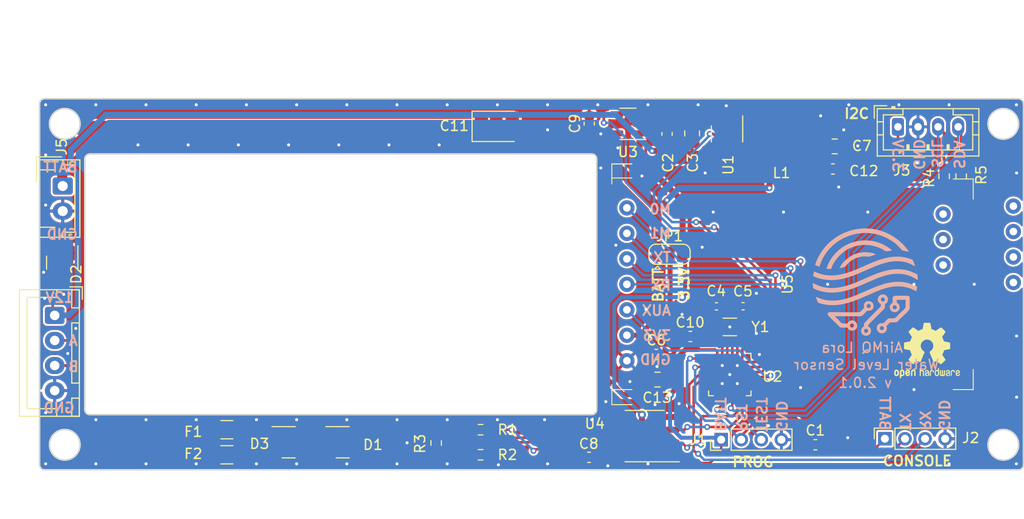
<source format=kicad_pcb>
(kicad_pcb (version 20221018) (generator pcbnew)
  (layers (0 "F.Cu" signal) (31 "B.Cu" signal) (34 "B.Paste" user) (35 "F.Paste" user) (36 "B.SilkS" user "B.Silkscreen") (37 "F.SilkS" user "F.Silkscreen") (38 "B.Mask" user) (39 "F.Mask" user) (44 "Edge.Cuts" user))
  (net 0 "")
  (net 1 "+BATT")
  (net 2 "GND")
  (net 3 "/TEST")
  (net 4 "/RST")
  (net 5 "+3V3")
  (net 6 "Net-(U1-SW)")
  (net 7 "/RX0")
  (net 8 "/TX0")
  (net 9 "/TX1")
  (net 10 "/RX1")
  (net 11 "/AUX")
  (net 12 "/M1")
  (net 13 "/M0")
  (net 14 "+12V")
  (net 15 "/A")
  (net 16 "/B")
  (net 17 "Net-(U2-XIN_P2-1)")
  (net 18 "Net-(U2-XOUT_P2-0)")
  (net 23 "/SDA")
  (net 24 "/EN1")
  (net 25 "/SCL")
  (net 28 "Net-(J4-Pin_2)")
  (net 29 "Net-(J4-Pin_3)")
  (net 30 "/DE")
  (net 31 "/~{RE}")
  (net 32 "/EN2")
  (net 38 "Net-(JP1-C)")
  (footprint "AirMQ_FP:CD43" (layer "F.Cu") (at 124 84.9 180)
    (fp_text reference "L1")
    (fp_text value "4.7uH")
  )
  (footprint "Connector_JST:JST_EH_B2B-EH-A_1x02_P2.50mm_Vertical" (layer "F.Cu") (at 52.3 90.2 -90)
    (fp_text reference "J5")
    (fp_text value "BATT")
  )
  (footprint "Connector_PinSocket_2.00mm:PinSocket_1x04_P2.00mm_Vertical" (layer "F.Cu") (at 134.2 115.4 90)
    (fp_text reference "J2")
    (fp_text value "CON")
  )
  (footprint "Package_TO_SOT_SMD:SOT-23" (layer "F.Cu") (at 74.8125 115.75)
    (fp_text reference "D3")
    (fp_text value "SM712")
  )
  (footprint "Connector_JST:JST_XH_B4B-XH-A_1x04_P2.50mm_Vertical" (layer "F.Cu") (at 51.5 103.1 -90)
    (fp_text reference "REF**" hide)
    (fp_text value "JST_XH_B4B-XH-A_1x04_P2.50mm_Vertical")
  )
  (footprint "Capacitor_SMD:C_0805_2012Metric" (layer "F.Cu") (at 115 84.95 90)
    (fp_text reference "C3")
    (fp_text value "22uF")
  )
  (footprint "Package_TO_SOT_SMD:SOT-23-5" (layer "F.Cu") (at 108.6125 84 180)
    (fp_text reference "U3")
    (fp_text value "TPS2065")
  )
  (footprint "Capacitor_SMD:C_0805_2012Metric" (layer "F.Cu") (at 111.55 109.5)
    (fp_text reference "C13")
    (fp_text value "10uF")
  )
  (footprint "Connector_JST:JST_PH_B4B-PH-K_1x04_P2.00mm_Vertical" (layer "F.Cu") (at 135.5 84.3)
    (fp_text reference "J3")
    (fp_text value "I2C")
  )
  (footprint "Package_SO:SOIC-8_3.9x4.9mm_P1.27mm" (layer "F.Cu") (at 110.275 115.135 180)
    (fp_text reference "U4")
    (fp_text value "SP3485EN")
  )
  (footprint "Resistor_SMD:R_0603_1608Metric" (layer "F.Cu") (at 93.925 114.5)
    (fp_text reference "R1")
    (fp_text value "10k")
  )
  (footprint "Resistor_SMD:R_0603_1608Metric" (layer "F.Cu") (at 89.5 115.825 -90)
    (fp_text reference "R3")
    (fp_text value "120")
  )
  (footprint "Capacitor_SMD:C_0603_1608Metric" (layer "F.Cu") (at 114.825 105.2 180)
    (fp_text reference "C10")
    (fp_text value "100nF")
  )
  (footprint "Capacitor_SMD:C_0805_2012Metric" (layer "F.Cu") (at 129.2 86.25)
    (fp_text reference "C7")
    (fp_text value "22uF")
  )
  (footprint "Crystal:Crystal_SMD_3215-2Pin_3.2x1.5mm" (layer "F.Cu") (at 118.75 104.25 180)
    (fp_text reference "Y1")
    (fp_text value "Crystal_GND24")
  )
  (footprint "Resistor_SMD:R_0603_1608Metric" (layer "F.Cu") (at 93.925 117 180)
    (fp_text reference "R2")
    (fp_text value "10k")
  )
  (footprint "Package_DFN_QFN:Texas_RGE0024H_EP2.7x2.7mm" (layer "F.Cu") (at 118.75 109)
    (fp_text reference "U2")
    (fp_text value "MSP430FR2433IRGET")
  )
  (footprint "Package_TO_SOT_SMD:SOT-23-6" (layer "F.Cu") (at 118.478 84.9995 -90)
    (fp_text reference "U1")
    (fp_text value "TLV61046ADB")
  )
  (footprint "Fuse:Fuse_1206_3216Metric" (layer "F.Cu") (at 68.65 114.5 180)
    (fp_text reference "F1")
    (fp_text value "11")
  )
  (footprint "Capacitor_SMD:C_0402_1005Metric" (layer "F.Cu") (at 120.08 102.19 180)
    (fp_text reference "C5")
    (fp_text value "12pF")
  )
  (footprint "Fuse:Fuse_1206_3216Metric" (layer "F.Cu") (at 68.65 117 180)
    (fp_text reference "F2")
    (fp_text value "11")
  )
  (footprint "Resistor_SMD:R_0603_1608Metric" (layer "F.Cu") (at 141.8 89.225 -90)
    (fp_text reference "R5")
    (fp_text value "10k")
  )
  (footprint "Radio:E220T22D" (layer "F.Cu") (at 125 100 90)
    (fp_text reference "U5")
    (fp_text value "E220-900T22D")
  )
  (footprint "Connector_PinHeader_2.00mm:PinHeader_1x04_P2.00mm_Vertical" (layer "F.Cu") (at 117.89 115.492 90)
    (fp_text reference "J1")
    (fp_text value "SBW")
  )
  (footprint "Capacitor_SMD:C_0603_1608Metric" (layer "F.Cu") (at 104.75 83.975 90)
    (fp_text reference "C9")
    (fp_text value "100nF")
  )
  (footprint "Package_TO_SOT_SMD:SOT-23" (layer "F.Cu") (at 80.1875 115.75)
    (fp_text reference "D1")
    (fp_text value "SM12")
  )
  (footprint "Capacitor_SMD:C_0603_1608Metric" (layer "F.Cu") (at 112.5 85 90)
    (fp_text reference "C2")
    (fp_text value "10uF" hide)
  )
  (footprint "Capacitor_SMD:C_0603_1608Metric" (layer "F.Cu") (at 129.025 88.5)
    (fp_text reference "C12")
    (fp_text value "100nF")
  )
  (footprint "Jumper:SolderJumper-3_P1.3mm_Open_RoundedPad1.0x1.5mm" (layer "F.Cu") (at 112.75 97)
    (fp_text reference "JP1")
    (fp_text value "SolderJumper_3_Open")
  )
  (footprint "Resistor_SMD:R_0603_1608Metric" (layer "F.Cu") (at 140.1 89.225 -90)
    (fp_text reference "R4")
    (fp_text value "10k")
  )
  (footprint "Capacitor_SMD:C_0402_1005Metric" (layer "F.Cu") (at 117.42 102.2)
    (fp_text reference "C4")
    (fp_text value "12pF")
  )
  (footprint "Capacitor_SMD:C_0603_1608Metric" (layer "F.Cu") (at 127.275 116)
    (fp_text reference "C1")
    (fp_text value "1nF")
  )
  (footprint "Capacitor_Tantalum_SMD:CP_EIA-3528-21_Kemet-B" (layer "F.Cu") (at 95.5375 84.25)
    (fp_text reference "C11")
    (fp_text value "220uF")
  )
  (footprint "Capacitor_SMD:C_0603_1608Metric" (layer "F.Cu") (at 111.425 107)
    (fp_text reference "C6")
    (fp_text value "100nF")
  )
  (footprint "Capacitor_SMD:C_0603_1608Metric" (layer "F.Cu") (at 104.725 117.25 180)
    (fp_text reference "C8")
    (fp_text value "100nF")
  )
  (footprint "Package_TO_SOT_SMD:SOT-23" (layer "F.Cu") (at 52.25 97.8375 -90)
    (fp_text reference "D2")
    (fp_text value "SM12")
  )
  (footprint "Symbol:OSHW-Logo2_7.3x6mm_SilkScreen" (layer "F.Cu") (at 138.4 106.6)
    (fp_text reference "REF**" hide)
    (fp_text value "OSHW-Logo2_7.3x6mm_SilkScreen" hide)
  )
  (footprint "AirMQ_FP:AirMQ_Logo_01" (layer "B.Cu") (at 132.3 100 180)
    (fp_text reference "586" hide)
    (fp_text value "AirMQ_Logo")
  )
  (gr_arc (start 148 118) (mid 147.853553 118.353553) (end 147.5 118.5) (stroke (width 0.15)) (layer "Edge.Cuts"))
  (gr_line (start 50 118) (end 50 82) (stroke (width 0.15)) (layer "Edge.Cuts"))
  (gr_line (start 147.5 118.5) (end 50.5 118.5) (stroke (width 0.15)) (layer "Edge.Cuts"))
  (gr_circle (center 52.5 84) (end 54.03 84) (stroke (width 0.15)) (fill none) (layer "Edge.Cuts"))
  (gr_line (start 55 87) (end 105 87) (stroke (width 0.15)) (layer "Edge.Cuts"))
  (gr_arc (start 55 113) (mid 54.646447 112.853553) (end 54.5 112.5) (stroke (width 0.15)) (layer "Edge.Cuts"))
  (gr_line (start 54.5 112.5) (end 54.5 87.5) (stroke (width 0.15)) (layer "Edge.Cuts"))
  (gr_arc (start 50.5 118.5) (mid 50.146447 118.353553) (end 50 118) (stroke (width 0.15)) (layer "Edge.Cuts"))
  (gr_line (start 105 113) (end 55 113) (stroke (width 0.15)) (layer "Edge.Cuts"))
  (gr_arc (start 54.5 87.5) (mid 54.646447 87.146447) (end 55 87) (stroke (width 0.15)) (layer "Edge.Cuts"))
  (gr_arc (start 50 82) (mid 50.146447 81.646447) (end 50.5 81.5) (stroke (width 0.15)) (layer "Edge.Cuts"))
  (gr_circle (center 146 84) (end 147.53 84) (stroke (width 0.15)) (fill none) (layer "Edge.Cuts"))
  (gr_arc (start 105.5 112.5) (mid 105.353553 112.853553) (end 105 113) (stroke (width 0.15)) (layer "Edge.Cuts"))
  (gr_line (start 148 82) (end 148 118) (stroke (width 0.15)) (layer "Edge.Cuts"))
  (gr_arc (start 105 87) (mid 105.353553 87.146447) (end 105.5 87.5) (stroke (width 0.15)) (layer "Edge.Cuts"))
  (gr_line (start 50.5 81.5) (end 147.5 81.5) (stroke (width 0.15)) (layer "Edge.Cuts"))
  (gr_line (start 105.5 87.5) (end 105.5 112.5) (stroke (width 0.15)) (layer "Edge.Cuts"))
  (gr_circle (center 52.5 116) (end 54.03 116) (stroke (width 0.15)) (fill none) (layer "Edge.Cuts"))
  (gr_arc (start 147.5 81.5) (mid 147.853553 81.646447) (end 148 82) (stroke (width 0.15)) (layer "Edge.Cuts"))
  (gr_circle (center 146 116) (end 147.53 116) (stroke (width 0.15)) (fill none) (layer "Edge.Cuts"))
  (gr_text "12V" (at 53.5 101.9) (layer "B.SilkS") (effects (font (size 1 1) (thickness 0.2) bold) (justify left bottom mirror)))
  (gr_text "M0" (at 113 93.1) (layer "B.SilkS") (effects (font (size 1 1) (thickness 0.2) bold) (justify left bottom mirror)))
  (gr_text "RST" (at 119.3 114.8 270) (layer "B.SilkS") (effects (font (size 1 1) (thickness 0.2) bold) (justify left bottom mirror)))
  (gr_text "GND" (at 137 88.7 270) (layer "B.SilkS") (effects (font (size 1 1) (thickness 0.2) bold) (justify left bottom mirror)))
  (gr_text "M1" (at 113 95.5) (layer "B.SilkS") (effects (font (size 1 1) (thickness 0.2) bold) (justify left bottom mirror)))
  (gr_text "GND" (at 139.5 114.7 270) (layer "B.SilkS") (effects (font (size 1 1) (thickness 0.2) bold) (justify left bottom mirror)))
  (gr_text "BATT" (at 117.2 114.8 -90) (layer "B.SilkS") (effects (font (size 1 1) (thickness 0.2) bold) (justify left bottom mirror)))
  (gr_text "GND" (at 53.6 112.9) (layer "B.SilkS") (effects (font (size 1 1) (thickness 0.2) bold) (justify left bottom mirror)))
  (gr_text "GND" (at 113 108.1) (layer "B.SilkS") (effects (font (size 1 1) (thickness 0.2) bold) (justify left bottom mirror)))
  (gr_text "RX" (at 113 100.7) (layer "B.SilkS") (effects (font (size 1 1) (thickness 0.2) bold) (justify left bottom mirror)))
  (gr_text "TX" (at 113 97.9) (layer "B.SilkS") (effects (font (size 1 1) (thickness 0.2) bold) (justify left bottom mirror)))
  (gr_text "TX" (at 135.6 114.7 270) (layer "B.SilkS") (effects (font (size 1 1) (thickness 0.2) bold) (justify left bottom mirror)))
  (gr_text "3V3" (at 113 105.7) (layer "B.SilkS") (effects (font (size 1 1) (thickness 0.2) bold) (justify left bottom mirror)))
  (gr_text "GND" (at 123.3 114.8 270) (layer "B.SilkS") (effects (font (size 1 1) (thickness 0.2) bold) (justify left bottom mirror)))
  (gr_text "GND" (at 53.9 95.6) (layer "B.SilkS") (effects (font (size 1 1) (thickness 0.2) bold) (justify left bottom mirror)))
  (gr_text "A" (at 53.9 106.2) (layer "B.SilkS") (effects (font (size 1 1) (thickness 0.2) bold) (justify left bottom mirror)))
  (gr_text "SCL" (at 138.8 88.5 270) (layer "B.SilkS") (effects (font (size 1 1) (thickness 0.2) bold) (justify left bottom mirror)))
  (gr_text "RX" (at 137.6 114.7 270) (layer "B.SilkS") (effects (font (size 1 1) (thickness 0.2) bold) (justify left bottom mirror)))
  (gr_text "3.3V" (at 134.9 88.9 270) (layer "B.SilkS") (effects (font (size 1 1) (thickness 0.2) bold) (justify left bottom mirror)))
  (gr_text "BATT" (at 133.6 114.7 270) (layer "B.SilkS") (effects (font (size 1 1) (thickness 0.2) bold) (justify left bottom mirror)))
  (gr_text "B" (at 54 108.8) (layer "B.SilkS") (effects (font (size 1 1) (thickness 0.2) bold) (justify left bottom mirror)))
  (gr_text "TEST" (at 121.3 114.8 270) (layer "B.SilkS") (effects (font (size 1 1) (thickness 0.2) bold) (justify left bottom mirror)))
  (gr_text "SDA" (at 141 88.6 -90) (layer "B.SilkS") (effects (font (size 1 1) (thickness 0.2) bold) (justify left bottom mirror)))
  (gr_text "BATT" (at 53.9 88.9) (layer "B.SilkS") (effects (font (size 1 1) (thickness 0.2) bold) (justify left bottom mirror)))
  (gr_text "Water Level Sensor" (at 139.7 108.6) (layer "B.SilkS") (effects (font (size 1 1)) (justify left bottom mirror)))
  (gr_text "AUX" (at 113 103.2) (layer "B.SilkS") (effects (font (size 1 1) (thickness 0.2) bold) (justify left bottom mirror)))
  (gr_text "v 2.0.1" (at 135 110.4) (layer "B.SilkS") (effects (font (size 1 1)) (justify left bottom mirror)))
  (gr_text "CONSOLE" (at 133.9 118.2) (layer "F.SilkS") (effects (font (size 1 1) (thickness 0.2) bold) (justify left bottom)))
  (gr_text "PROG" (at 118.9 118.3) (layer "F.SilkS") (effects (font (size 1 1) (thickness 0.2) bold) (justify left bottom)))
  (gr_text "I2C" (at 130.048 83.566) (layer "F.SilkS") (effects (font (size 1 1) (thickness 0.2) bold) (justify left bottom)))
  (gr_text "3.3V" (at 114.8 101.7 90) (layer "F.SilkS") (effects (font (size 1 1) (thickness 0.2) bold) (justify left bottom)))
  (gr_text "BATT" (at 112.2 101.9 90) (layer "F.SilkS") (effects (font (size 1 1) (thickness 0.2) bold) (justify left bottom)))
  (segment (start 124 86.5) (end 126.8 86.5) (width 0.25) (layer "F.Cu") (net 1))
  (segment (start 106.6 86.775) (end 106.6 87.392892) (width 1) (layer "F.Cu") (net 1))
  (segment (start 52.25 87.45) (end 55.5 84.2) (width 1) (layer "F.Cu") (net 1))
  (segment (start 52.3 90.2) (end 52.25 90.15) (width 1) (layer "F.Cu") (net 1))
  (segment (start 118.4 117) (end 132.6 117) (width 0.25) (layer "F.Cu") (net 1))
  (segment (start 55.5 84.2) (end 93.95 84.2) (width 1) (layer "F.Cu") (net 1))
  (segment (start 93.95 84.2) (end 94 84.25) (width 1) (layer "F.Cu") (net 1))
  (segment (start 52.25 90.15) (end 52.25 87.45) (width 1) (layer "F.Cu") (net 1))
  (segment (start 108.1 111) (end 112.8 111) (width 0.5) (layer "F.Cu") (net 1))
  (segment (start 115.6 106.5) (end 115.6 105.2) (width 0.25) (layer "F.Cu") (net 1))
  (segment (start 104.8 86.3) (end 106.125 86.3) (width 1) (layer "F.Cu") (net 1))
  (segment (start 94 84.25) (end 94 85.6) (width 1) (layer "F.Cu") (net 1))
  (segment (start 117.528 84.524499) (end 117.528 83.862) (width 0.25) (layer "F.Cu") (net 1))
  (segment (start 111.45 92.242893) (end 111.45 97) (width 1) (layer "F.Cu") (net 1))
  (segment (start 114.339339 106.5) (end 115.6 106.5) (width 0.5) (layer "F.Cu") (net 1))
  (segment (start 132.6 117) (end 134.2 115.4) (width 0.25) (layer "F.Cu") (net 1))
  (segment (start 121.2 86.5) (end 124 86.5) (width 0.25) (layer "F.Cu") (net 1))
  (segment (start 119 85) (end 118.003501 85) (width 0.25) (layer "F.Cu") (net 1))
  (segment (start 106.3 109.2) (end 108.1 111) (width 0.5) (layer "F.Cu") (net 1))
  (segment (start 106.6 87.392892) (end 107.403554 88.196446) (width 1) (layer "F.Cu") (net 1))
  (segment (start 113.8 110) (end 113.8 107.039339) (width 0.5) (layer "F.Cu") (net 1))
  (segment (start 117.89 116.49) (end 118.4 117) (width 0.25) (layer "F.Cu") (net 1))
  (segment (start 111.857107 92.242893) (end 112.492893 91.607107) (width 0.6) (layer "F.Cu") (net 1))
  (segment (start 104.75 84.75) (end 104.75 86.25) (width 0.6) (layer "F.Cu") (net 1))
  (segment (start 107.403554 88.196446) (end 106.3 89.3) (width 0.5) (layer "F.Cu") (net 1))
  (segment (start 106.3 89.3) (end 106.3 109.2) (width 0.5) (layer "F.Cu") (net 1))
  (segment (start 104.75 86.25) (end 104.8 86.3) (width 0.6) (layer "F.Cu") (net 1))
  (segment (start 117.5 107.0375) (end 117.5 106.7) (width 0.25) (layer "F.Cu") (net 1))
  (segment (start 112.8 111) (end 113.8 110) (width 0.5) (layer "F.Cu") (net 1))
  (segment (start 118.003501 85) (end 117.528 84.524499) (width 0.25) (layer "F.Cu") (net 1))
  (segment (start 117.3 106.5) (end 115.6 106.5) (width 0.25) (layer "F.Cu") (net 1))
  (segment (start 119.428 86.137) (end 119.428 85.428) (width 0.25) (layer "F.Cu") (net 1))
  (segment (start 94 85.6) (end 94.7 86.3) (width 1) (layer "F.Cu") (net 1))
  (segment (start 111.45 92.242893) (end 111.857107 92.242893) (width 0.6) (layer "F.Cu") (net 1))
  (segment (start 117.89 115.492) (end 117.89 116.49) (width 0.25) (layer "F.Cu") (net 1))
  (segment (start 107.475 84.95) (end 106.125 86.3) (width 0.6) (layer "F.Cu") (net 1))
  (segment (start 106.125 86.3) (end 106.6 86.775) (width 1) (layer "F.Cu") (net 1))
  (segment (start 107.403554 88.196446) (end 111.45 92.242893) (width 1) (layer "F.Cu") (net 1))
  (segment (start 117.5 106.7) (end 117.3 106.5) (width 0.25) (layer "F.Cu") (net 1))
  (segment (start 94.7 86.3) (end 104.8 86.3) (width 1) (layer "F.Cu") (net 1))
  (segment (start 119.428 85.428) (end 119 85) (width 0.25) (layer "F.Cu") (net 1))
  (segment (start 122.7 90.4) (end 122.7 89.3) (width 0.6) (layer "F.Cu") (net 1))
  (segment (start 113.8 107.039339) (end 114.339339 106.5) (width 0.5) (layer "F.Cu") (net 1))
  (via (at 112.492893 91.607107) (size 0.6) (drill 0.3) (layers "F.Cu" "B.Cu") (net 1))
  (via (at 112.8 111) (size 0.8) (drill 0.4) (layers "F.Cu" "B.Cu") (net 1))
  (via (at 122.7 90.4) (size 0.6) (drill 0.3) (layers "F.Cu" "B.Cu") (net 1))
  (segment (start 117.698 115.3) (end 113.9 115.3) (width 0.4) (layer "B.Cu") (net 1))
  (segment (start 117.89 115.492) (end 117.696884 115.298884) (width 0.6) (layer "B.Cu") (net 1))
  (segment (start 117.696884 115.298884) (end 117.698 115.3) (width 0.4) (layer "B.Cu") (net 1))
  (segment (start 112.8 114.2) (end 112.8 111) (width 0.4) (layer "B.Cu") (net 1))
  (segment (start 113.9 115.3) (end 112.8 114.2) (width 0.4) (layer "B.Cu") (net 1))
  (segment (start 112.492893 91.607107) (end 113.7 90.4) (width 0.6) (layer "B.Cu") (net 1))
  (segment (start 113.7 90.4) (end 122.7 90.4) (width 0.6) (layer "B.Cu") (net 1))
  (segment (start 131.1 87.5) (end 129.949997 87.5) (width 0.25) (layer "F.Cu") (net 2))
  (via (at 110 89.2) (size 0.6) (drill 0.3) (layers "F.Cu" "B.Cu") (net 2))
  (via (at 52.4 101) (size 0.6) (drill 0.3) (layers "F.Cu" "B.Cu") (net 2))
  (via (at 135.6 82.1) (size 0.6) (drill 0.3) (layers "F.Cu" "B.Cu") (net 2))
  (via (at 122.6 114.1) (size 0.6) (drill 0.3) (layers "F.Cu" "B.Cu") (net 2))
  (via (at 147.3 117.9) (size 0.6) (drill 0.3) (layers "F.Cu" "B.Cu") (net 2))
  (via (at 115.6 82.1) (size 0.6) (drill 0.3) (layers "F.Cu" "B.Cu") (net 2))
  (via (at 117.1 92.8) (size 0.6) (drill 0.3) (layers "F.Cu" "B.Cu") (net 2))
  (via (at 60.6 117.9) (size 0.6) (drill 0.3) (layers "F.Cu" "B.Cu") (net 2))
  (via (at 105 113.5) (size 0.6) (drill 0.3) (layers "F.Cu" "B.Cu") (net 2))
  (via (at 110.6 82.1) (size 0.6) (drill 0.3) (layers "F.Cu" "B.Cu") (net 2))
  (via (at 127.8 83.2) (size 0.6) (drill 0.3) (layers "F.Cu" "B.Cu") (net 2))
  (via (at 65.6 82.1) (size 0.6) (drill 0.3) (layers "F.Cu" "B.Cu") (net 2))
  (via (at 50.6 117.9) (size 0.6) (drill 0.3) (layers "F.Cu" "B.Cu") (net 2))
  (via (at 50.6 82.1) (size 0.6) (drill 0.3) (layers "F.Cu" "B.Cu") (net 2))
  (via (at 59.8 86.1) (size 0.6) (drill 0.3) (layers "F.Cu" "B.Cu") (net 2))
  (via (at 132.5 92.8) (size 0.6) (drill 0.3) (layers "F.Cu" "B.Cu") (net 2))
  (via (at 140.6 82.1) (size 0.6) (drill 0.3) (layers "F.Cu" "B.Cu") (net 2))
  (via (at 90.6 117.9) (size 0.6) (drill 0.3) (layers "F.Cu" "B.Cu") (net 2))
  (via (at 86.6 115.8) (size 0.6) (drill 0.3) (layers "F.Cu" "B.Cu") (net 2))
  (via (at 124.1 92.8) (size 0.6) (drill 0.3) (layers "F.Cu" "B.Cu") (net 2))
  (via (at 100.3 113.5) (size 0.6) (drill 0.3) (layers "F.Cu" "B.Cu") (net 2))
  (via (at 65.6 113.5) (size 0.6) (drill 0.3) (layers "F.Cu" "B.Cu") (net 2))
  (via (at 85.6 117.9) (size 0.6) (drill 0.3) (layers "F.Cu" "B.Cu") (net 2))
  (via (at 84.8 86.1) (size 0.6) (drill 0.3) (layers "F.Cu" "B.Cu") (net 2))
  (via (at 113.7 111.9) (size 0.6) (drill 0.3) (layers "F.Cu" "B.Cu") (net 2))
  (via (at 121.4 104.9) (size 0.6) (drill 0.3) (layers "F.Cu" "B.Cu") (net 2))
  (via (at 75.6 113.5) (size 0.6) (drill 0.3) (layers "F.Cu" "B.Cu") (net 2))
  (via (at 137.1 100) (size 0.6) (drill 0.3) (layers "F.Cu" "B.Cu") (net 2))
  (via (at 71.6 113.5) (size 0.6) (drill 0.3) (layers "F.Cu" "B.Cu") (net 2))
  (via (at 121.4 100.9) (size 0.6) (drill 0.3) (layers "F.Cu" "B.Cu") (net 2))
  (via (at 116 96.3) (size 0.6) (drill 0.3) (layers "F.Cu" "B.Cu") (net 2))
  (via (at 110.4 102.5) (size 0.6) (drill 0.3) (layers "F.Cu" "B.Cu") (net 2))
  (via (at 119.5 109.9) (size 0.6) (drill 0.3) (layers "F.Cu" "B.Cu") (net 2))
  (via (at 60.6 113.5) (size 0.6) (drill 0.3) (layers "F.Cu" "B.Cu") (net 2))
  (via (at 95.7 118) (size 0.6) (drill 0.3) (layers "F.Cu" "B.Cu") (net 2))
  (via (at 80.6 117.9) (size 0.6) (drill 0.3) (layers "F.Cu" "B.Cu") (net 2))
  (via (at 116.3 88.9) (size 0.6) (drill 0.3) (layers "F.Cu" "B.Cu") (net 2))
  (via (at 118.75 104.25) (size 0.6) (drill 0.3) (layers "F.Cu" "B.Cu") (net 2))
  (via (at 85.6 113.5) (size 0.6) (drill 0.3) (layers "F.Cu" "B.Cu") (net 2))
  (via (at 74.8 86.1) (size 0.6) (drill 0.3) (layers "F.Cu" "B.Cu") (net 2))
  (via (at 147.32 111.252) (size 0.6) (drill 0.3) (layers "F.Cu" "B.Cu") (net 2))
  (via (at 71.6 117.9) (size 0.6) (drill 0.3) (layers "F.Cu" "B.Cu") (net 2))
  (via (at 55.6 113.5) (size 0.6) (drill 0.3) (layers "F.Cu" "B.Cu") (net 2))
  (via (at 80.6 82.1) (size 0.6) (drill 0.3) (layers "F.Cu" "B.Cu") (net 2))
  (via (at 50.6 112.8) (size 0.6) (drill 0.3) (layers "F.Cu" "B.Cu") (net 2))
  (via (at 118 108.1) (size 0.6) (drill 0.3) (layers "F.Cu" "B.Cu") (net 2))
  (via (at 53.6 104.4) (size 0.6) (drill 0.3) (layers "F.Cu" "B.Cu") (net 2))
  (via (at 106.6 118.1) (size 0.6) (drill 0.3) (layers "F.Cu" "B.Cu") (net 2))
  (via (at 121.7 107) (size 0.6) (drill 0.3) (layers "F.Cu" "B.Cu") (net 2))
  (via (at 128.5 100) (size 0.6) (drill 0.3) (layers "F.Cu" "B.Cu") (net 2))
  (via (at 70.6 82.1) (size 0.6) (drill 0.3) (layers "F.Cu" "B.Cu") (net 2))
  (via (at 95.6 82.1) (size 0.6) (drill 0.3) (layers "F.Cu" "B.Cu") (net 2))
  (via (at 130.6 82.1) (size 0.6) (drill 0.3) (layers "F.Cu" "B.Cu") (net 2))
  (via (at 85.6 82.1) (size 0.6) (drill 0.3) (layers "F.Cu" "B.Cu") (net 2))
  (via (at 75.6 82.1) (size 0.6) (drill 0.3) (layers "F.Cu" "B.Cu") (net 2))
  (via (at 143.1 100) (size 0.6) (drill 0.3) (layers "F.Cu" "B.Cu") (net 2))
  (via (at 75.6 117.9) (size 0.6) (drill 0.3) (layers "F.Cu" "B.Cu") (net 2))
  (via (at 50.4 98.8) (size 0.6) (drill 0.3) (layers "F.Cu" "B.Cu") (net 2))
  (via (at 108.8 109.7) (size 0.6) (drill 0.3) (layers "F.Cu" "B.Cu") (net 2))
  (via (at 147.32 105.156) (size 0.6) (drill 0.3) (layers "F.Cu" "B.Cu") (net 2))
  (via (at 147.32 88.9) (size 0.6) (drill 0.3) (layers "F.Cu" "B.Cu") (net 2))
  (via (at 95.6 113.5) (size 0.6) (drill 0.3) (layers "F.Cu" "B.Cu") (net 2))
  (via (at 50.6 92.1) (size 0.6) (drill 0.3) (layers "F.Cu" "B.Cu") (net 2))
  (via (at 137.4 87.9) (size 0.6) (drill 0.3) (layers "F.Cu" "B.Cu") (net 2))
  (via (at 107.6 86.4) (size 0.6) (drill 0.3) (layers "F.Cu" "B.Cu") (net 2))
  (via (at 107.4 96.1) (size 0.6) (drill 0.3) (layers "F.Cu" "B.Cu") (net 2))
  (via (at 55.6 82.1) (size 0.6) (drill 0.3) (layers "F.Cu" "B.Cu") (net 2))
  (via (at 105.9 85) (size 0.6) (drill 0.3) (layers "F.Cu" "B.Cu") (net 2))
  (via (at 100.6 84.6) (size 0.6) (drill 0.3) (layers "F.Cu" "B.Cu") (net 2))
  (via (at 110.6 117.9) (size 0.6) (drill 0.3) (layers "F.Cu" "B.Cu") (net 2))
  (via (at 90.6 113.5) (size 0.6) (drill 0.3) (layers "F.Cu" "B.Cu") (net 2))
  (via (at 106.4 111.7) (size 0.6) (drill 0.3) (layers "F.Cu" "B.Cu") (net 2))
  (via (at 55.6 117.9) (size 0.6) (drill 0.3) (layers "F.Cu" "B.Cu") (net 2))
  (via (at 89.8 86.1) (size 0.6) (drill 0.3) (layers "F.Cu" "B.Cu") (net 2))
  (via (at 65.6 117.9) (size 0.6) (drill 0.3) (layers "F.Cu" "B.Cu") (net 2))
  (via (at 105.6 82.1) (size 0.6) (drill 0.3) (layers "F.Cu" "B.Cu") (net 2))
  (via (at 52.8 106.9) (size 0.6) (drill 0.3) (layers "F.Cu" "B.Cu") (net 2))
  (via (at 118 109.9) (size 0.6) (drill 0.3) (layers "F.Cu" "B.Cu") (net 2))
  (via (at 118.75 109) (size 0.6) (drill 0.3) (layers "F.Cu" "B.Cu") (net 2))
  (via (at 105.9 88.4) (size 0.6) (drill 0.3) (layers "F.Cu" "B.Cu") (net 2))
  (via (at 118.4 82.2) (size 0.6) (drill 0.3) (layers "F.Cu" "B.Cu") (net 2))
  (via (at 111.3 112) (size 0.6) (drill 0.3) (layers "F.Cu" "B.Cu") (net 2))
  (via (at 140.6 117.9) (size 0.6) (drill 0.3) (layers "F.Cu" "B.Cu") (net 2))
  (via (at 147.3 82.1) (size 0.6) (drill 0.3) (layers "F.Cu" "B.Cu") (net 2))
  (via (at 114 103) (size 0.6) (drill 0.3) (layers "F.Cu" "B.Cu") (net 2))
  (via (at 130.5 115.3) (size 0.6) (drill 0.3) (layers "F.Cu" "B.Cu") (net 2))
  (via (at 129.6 90.3) (size 0.6) (drill 0.3) (layers "F.Cu" "B.Cu") (net 2))
  (via (at 100.6 117.9) (size 0.6) (drill 0.3) (layers "F.Cu" "B.Cu") (net 2))
  (via (at 137.1 110.5) (size 0.6) (drill 0.3) (layers "F.Cu" "B.Cu") (net 2))
  (via (at 119.5 108.1) (size 0.6) (drill 0.3) (layers "F.Cu" "B.Cu") (net 2))
  (via (at 69.8 86.1) (size 0.6) (drill 0.3) (layers "F.Cu" "B.Cu") (net 2))
  (via (at 50.6 87.1) (size 0.6) (drill 0.3) (layers "F.Cu" "B.Cu") (net 2))
  (via (at 79.8 86.1) (size 0.6) (drill 0.3) (layers "F.Cu" "B.Cu") (net 2))
  (via (at 60.6 82.1) (size 0.6) (drill 0.3) (layers "F.Cu" "B.Cu") (net 2))
  (via (at 80.6 113.5) (size 0.6) (drill 0.3) (layers "F.Cu" "B.Cu") (net 2))
  (via (at 125.8 110.3) (size 0.6) (drill 0.3) (layers "F.Cu" "B.Cu") (net 2))
  (via (at 90.6 82.1) (size 0.6) (drill 0.3) (layers "F.Cu" "B.Cu") (net 2))
  (via (at 100.6 82.1) (size 0.6) (drill 0.3) (layers "F.Cu" "B.Cu") (net 2))
  (via (at 131.5 86.2) (size 0.6) (drill 0.3) (layers "F.Cu" "B.Cu") (net 2))
  (via (at 111.5 108.2) (size 0.6) (drill 0.3) (layers "F.Cu" "B.Cu") (net 2))
  (via (at 50.5 101.4) (size 0.6) (drill 0.3) (layers "F.Cu" "B.Cu") (net 2))
  (via (at 64.8 86.1) (size 0.6) (drill 0.3) (layers "F.Cu" "B.Cu") (net 2))
  (via (at 130.1 84.6) (size 0.6) (drill 0.3) (layers "F.Cu" "B.Cu") (net 2))
  (segment (start 115.35 108.25) (end 115.3 108.3) (width 0.25) (layer "F.Cu") (net 3))
  (segment (start 116.7875 108.25) (end 115.35 108.25) (width 0.25) (layer "F.Cu") (net 3))
  (via (at 115.3 108.3) (size 0.6) (drill 0.3) (layers "F.Cu" "B.Cu") (net 3))
  (segment (start 120.298 113.9) (end 121.89 115.492) (width 0.25) (layer "B.Cu") (net 3))
  (segment (start 115.3 111.7) (end 116.75 113.15) (width 0.25) (layer "B.Cu") (net 3))
  (segment (start 116.75 113.15) (end 118.117198 113.15) (width 0.25) (layer "B.Cu") (net 3))
  (segment (start 118.867198 113.9) (end 120.298 113.9) (width 0.25) (layer "B.Cu") (net 3))
  (segment (start 115.3 108.3) (end 115.3 111.7) (width 0.25) (layer "B.Cu") (net 3))
  (segment (start 118.117198 113.15) (end 118.867198 113.9) (width 0.25) (layer "B.Cu") (net 3))
  (segment (start 114.8 107.4) (end 115.7 107.4) (width 0.25) (layer "F.Cu") (net 4))
  (segment (start 115.7 107.4) (end 116.05 107.75) (width 0.25) (layer "F.Cu") (net 4))
  (segment (start 119.89 115.492) (end 119.89 115.11) (width 0.25) (layer "F.Cu") (net 4))
  (segment (start 116.05 107.75) (end 116.7875 107.75) (width 0.25) (layer "F.Cu") (net 4))
  (segment (start 126.5 114.5) (end 126.5 116) (width 0.25) (layer "F.Cu") (net 4))
  (segment (start 119.89 115.11) (end 121.7 113.3) (width 0.25) (layer "F.Cu") (net 4))
  (segment (start 121.7 113.3) (end 125.3 113.3) (width 0.25) (layer "F.Cu") (net 4))
  (segment (start 125.3 113.3) (end 126.5 114.5) (width 0.25) (layer "F.Cu") (net 4))
  (via (at 114.8 107.4) (size 0.6) (drill 0.3) (layers "F.Cu" "B.Cu") (net 4))
  (segment (start 114.5 111.8) (end 116.299775 113.599775) (width 0.25) (layer "B.Cu") (net 4))
  (segment (start 116.299775 113.599775) (end 117.899775 113.599775) (width 0.25) (layer "B.Cu") (net 4))
  (segment (start 114.8 107.4) (end 114.5 107.7) (width 0.25) (layer "B.Cu") (net 4))
  (segment (start 117.899775 113.599775) (end 119.792 115.492) (width 0.25) (layer "B.Cu") (net 4))
  (segment (start 119.792 115.492) (end 119.89 115.492) (width 0.25) (layer "B.Cu") (net 4))
  (segment (start 114.5 107.7) (end 114.5 111.8) (width 0.25) (layer "B.Cu") (net 4))
  (segment (start 135.5 89.9) (end 135.5 84.3) (width 0.25) (layer "F.Cu") (net 5))
  (segment (start 107.8 117.04) (end 107.74 117.1) (width 0.25) (layer "F.Cu") (net 5))
  (segment (start 114.05 91.75) (end 114.3 91.5) (width 0.25) (layer "F.Cu") (net 5))
  (segment (start 135.5 90.2) (end 135.5 89.9) (width 0.25) (layer "F.Cu") (net 5))
  (segment (start 135.5 89.9) (end 135.5 90.05) (width 0.25) (layer "F.Cu") (net 5))
  (segment (start 109.75 87.45) (end 109.75 84.95) (width 0.6) (layer "F.Cu") (net 5))
  (segment (start 140.1 90.05) (end 141.8 90.05) (width 0.25) (layer "F.Cu") (net 5))
  (segment (start 114.3 100.978) (end 114.3 97.25) (width 0.4) (layer "F.Cu") (net 5))
  (segment (start 114 101.278) (end 114.3 100.978) (width 0.4) (layer "F.Cu") (net 5))
  (segment (start 114.05 91.75) (end 109.75 87.45) (width 0.6) (layer "F.Cu") (net 5))
  (segment (start 134.2 91.5) (end 135.5 90.2) (width 0.25) (layer "F.Cu") (net 5))
  (segment (start 114.05 97) (end 114.05 91.75) (width 0.6) (layer "F.Cu") (net 5))
  (segment (start 114.3 97.25) (end 114.05 97) (width 0.6) (layer "F.Cu") (net 5))
  (segment (start 110 115.814999) (end 110 113) (width 0.6) (layer "F.Cu") (net 5))
  (segment (start 105.5 117.25) (end 104.7 116.45) (width 0.25) (layer "F.Cu") (net 5))
  (segment (start 99.35 116.45) (end 99.2 116.6) (width 0.25) (layer "F.Cu") (net 5))
  (segment (start 107.74 117.1) (end 105.77 117.1) (width 0.25) (layer "F.Cu") (net 5))
  (segment (start 107.8 117.04) (end 108.774999 117.04) (width 0.6) (layer "F.Cu") (net 5))
  (segment (start 97 114.5) (end 94.75 114.5) (width 0.25) (layer "F.Cu") (net 5))
  (segment (start 114.3 91.5) (end 134.2 91.5) (width 0.25) (layer "F.Cu") (net 5))
  (segment (start 104.7 116.45) (end 99.35 116.45) (width 0.25) (layer "F.Cu") (net 5))
  (segment (start 105.77 117.1) (end 105.71 117.04) (width 0.25) (layer "F.Cu") (net 5))
  (segment (start 108.774999 117.04) (end 110 115.814999) (width 0.6) (layer "F.Cu") (net 5))
  (segment (start 135.5 90.05) (end 140.1 90.05) (width 0.25) (layer "F.Cu") (net 5))
  (via (at 99.2 116.6) (size 0.6) (drill 0.3) (layers "F.Cu" "B.Cu") (net 5))
  (via (at 114 101.278) (size 0.8) (drill 0.4) (layers "F.Cu" "B.Cu") (net 5))
  (via (at 97 114.5) (size 0.6) (drill 0.3) (layers "F.Cu" "B.Cu") (net 5))
  (via (at 110 113) (size 0.8) (drill 0.4) (layers "F.Cu" "B.Cu") (net 5))
  (segment (start 107.977262 101.278) (end 114 101.278) (width 0.4) (layer "B.Cu") (net 5))
  (segment (start 107.238 110.238) (end 107.238 102.017262) (width 0.4) (layer "B.Cu") (net 5))
  (segment (start 107.238 102.017262) (end 107.977262 101.278) (width 0.4) (layer "B.Cu") (net 5))
  (segment (start 99.2 116.6) (end 97.1 114.5) (width 0.25) (layer "B.Cu") (net 5))
  (segment (start 110 113) (end 107.238 110.238) (width 0.4) (layer "B.Cu") (net 5))
  (segment (start 97.1 114.5) (end 97 114.5) (width 0.25) (layer "B.Cu") (net 5))
  (segment (start 124 83.25) (end 120.95 83.25) (width 0.25) (layer "F.Cu") (net 6))
  (segment (start 124 83.25) (end 126.65 83.25) (width 0.25) (layer "F.Cu") (net 6))
  (segment (start 115.15 116.55) (end 114.66 117.04) (width 0.25) (layer "F.Cu") (net 7))
  (segment (start 115.15 110.25) (end 115.15 116.55) (width 0.25) (layer "F.Cu") (net 7))
  (segment (start 116.15 109.25) (end 115.15 110.25) (width 0.25) (layer "F.Cu") (net 7))
  (segment (start 115.6 116.9) (end 115.5 116.9) (width 0.25) (layer "F.Cu") (net 7))
  (segment (start 114.66 117.04) (end 112.75 117.04) (width 0.25) (layer "F.Cu") (net 7))
  (segment (start 116.7875 109.25) (end 116.15 109.25) (width 0.25) (layer "F.Cu") (net 7))
  (segment (start 115.5 116.9) (end 115.15 116.55) (width 0.25) (layer "F.Cu") (net 7))
  (via (at 115.6 116.9) (size 0.6) (drill 0.3) (layers "F.Cu" "B.Cu") (net 7))
  (segment (start 136.1 117.5) (end 138.2 115.4) (width 0.25) (layer "B.Cu") (net 7))
  (segment (start 116.2 117.5) (end 136.1 117.5) (width 0.25) (layer "B.Cu") (net 7))
  (segment (start 115.6 116.9) (end 116.2 117.5) (width 0.25) (layer "B.Cu") (net 7))
  (segment (start 117.091942 117.5) (end 134.1 117.5) (width 0.25) (layer "F.Cu") (net 8))
  (segment (start 111.525 117.825) (end 116.766942 117.825) (width 0.25) (layer "F.Cu") (net 8))
  (segment (start 110.9 113.9) (end 110.9 117.2) (width 0.25) (layer "F.Cu") (net 8))
  (segment (start 116.766942 117.825) (end 117.091942 117.5) (width 0.25) (layer "F.Cu") (net 8))
  (segment (start 112.75 113.23) (end 111.57 113.23) (width 0.25) (layer "F.Cu") (net 8))
  (segment (start 110.9 117.2) (end 111.525 117.825) (width 0.25) (layer "F.Cu") (net 8))
  (segment (start 116.7875 108.75) (end 115.95 108.75) (width 0.25) (layer "F.Cu") (net 8))
  (segment (start 111.57 113.23) (end 110.9 113.9) (width 0.25) (layer "F.Cu") (net 8))
  (segment (start 114.7 110) (end 114.7 112.7) (width 0.25) (layer "F.Cu") (net 8))
  (segment (start 114.17 113.23) (end 112.75 113.23) (width 0.25) (layer "F.Cu") (net 8))
  (segment (start 134.1 117.5) (end 136.2 115.4) (width 0.25) (layer "F.Cu") (net 8))
  (segment (start 114.7 112.7) (end 114.17 113.23) (width 0.25) (layer "F.Cu") (net 8))
  (segment (start 115.95 108.75) (end 114.7 110) (width 0.25) (layer "F.Cu") (net 8))
  (segment (start 120.7125 108.25) (end 121.75 108.25) (width 0.25) (layer "F.Cu") (net 9))
  (segment (start 121.75 108.25) (end 123.3 106.7) (width 0.25) (layer "F.Cu") (net 9))
  (segment (start 123.3 106.7) (end 123.3 99.1) (width 0.25) (layer "F.Cu") (net 9))
  (via (at 123.3 99.1) (size 0.6) (drill 0.3) (layers "F.Cu" "B.Cu") (net 9))
  (segment (start 110.14 99.1) (end 108.5 97.46) (width 0.25) (layer "B.Cu") (net 9))
  (segment (start 123.3 99.1) (end 110.14 99.1) (width 0.25) (layer "B.Cu") (net 9))
  (segment (start 124 106.7) (end 121.95 108.75) (width 0.25) (layer "F.Cu") (net 10))
  (segment (start 124 100) (end 124 106.7) (width 0.25) (layer "F.Cu") (net 10))
  (segment (start 121.95 108.75) (end 120.7125 108.75) (width 0.25) (layer "F.Cu") (net 10))
  (via (at 124 100) (size 0.6) (drill 0.3) (layers "F.Cu" "B.Cu") (net 10))
  (segment (start 124 100) (end 108.5 100) (width 0.25) (layer "B.Cu") (net 10))
  (segment (start 122.65 109.25) (end 120.7125 109.25) (width 0.25) (layer "F.Cu") (net 11))
  (segment (start 122.8 109.1) (end 122.65 109.25) (width 0.25) (layer "F.Cu") (net 11))
  (via (at 122.8 109.1) (size 0.6) (drill 0.3) (layers "F.Cu" "B.Cu") (net 11))
  (segment (start 112.5 106.6) (end 112.5 106.54) (width 0.25) (layer "B.Cu") (net 11))
  (segment (start 119.7 106.6) (end 112.5 106.6) (width 0.25) (layer "B.Cu") (net 11))
  (segment (start 122.2 109.1) (end 119.7 106.6) (width 0.25) (layer "B.Cu") (net 11))
  (segment (start 122.8 109.1) (end 122.2 109.1) (width 0.25) (layer "B.Cu") (net 11))
  (segment (start 112.5 106.54) (end 108.5 102.54) (width 0.25) (layer "B.Cu") (net 11))
  (segment (start 124.8 108.3) (end 124.8 98.4) (width 0.25) (layer "F.Cu") (net 12))
  (segment (start 120.7125 109.75) (end 123.35 109.75) (width 0.25) (layer "F.Cu") (net 12))
  (segment (start 123.35 109.75) (end 124.8 108.3) (width 0.25) (layer "F.Cu") (net 12))
  (via (at 124.8 98.4) (size 0.6) (drill 0.3) (layers "F.Cu" "B.Cu") (net 12))
  (segment (start 124.8 98.4) (end 111.98 98.4) (width 0.25) (layer "B.Cu") (net 12))
  (segment (start 111.98 98.4) (end 108.5 94.92) (width 0.25) (layer "B.Cu") (net 12))
  (segment (start 125.8 107.936396) (end 125.8 97.7) (width 0.25) (layer "F.Cu") (net 13))
  (segment (start 123.486396 110.25) (end 125.8 107.936396) (width 0.25) (layer "F.Cu") (net 13))
  (segment (start 120.7125 110.25) (end 123.486396 110.25) (width 0.25) (layer "F.Cu") (net 13))
  (via (at 125.8 97.7) (size 0.6) (drill 0.3) (layers "F.Cu" "B.Cu") (net 13))
  (segment (start 113.82 97.7) (end 108.5 92.38) (width 0.25) (layer "B.Cu") (net 13))
  (segment (start 125.8 97.7) (end 113.82 97.7) (width 0.25) (layer "B.Cu") (net 13))
  (segment (start 51.3 102.8) (end 51.3 96.9) (width 0.25) (layer "F.Cu") (net 14))
  (segment (start 52.25 103.75) (end 51.3 102.8) (width 0.25) (layer "F.Cu") (net 14))
  (segment (start 111 86.7) (end 112.3 86.7) (width 0.6) (layer "F.Cu") (net 14))
  (via (at 111 86.7) (size 0.6) (drill 0.3) (layers "F.Cu" "B.Cu") (net 14))
  (segment (start 53.1 88.3) (end 53.8 89) (width 0.6) (layer "B.Cu") (net 14))
  (segment (start 53.1 86.6) (end 53.1 88.3) (width 0.6) (layer "B.Cu") (net 14))
  (segment (start 53.8 89) (end 53.8 102.2) (width 0.6) (layer "B.Cu") (net 14))
  (segment (start 111 86.7) (end 107.4 83.1) (width 0.6) (layer "B.Cu") (net 14))
  (segment (start 52.9 103.1) (end 51.5 103.1) (width 0.6) (layer "B.Cu") (net 14))
  (segment (start 53.8 102.2) (end 52.9 103.1) (width 0.6) (layer "B.Cu") (net 14))
  (segment (start 56.6 83.1) (end 53.1 86.6) (width 0.6) (layer "B.Cu") (net 14))
  (segment (start 107.4 83.1) (end 56.6 83.1) (width 0.6) (layer "B.Cu") (net 14))
  (segment (start 90 114.5) (end 89.5 115) (width 0.25) (layer "F.Cu") (net 15))
  (segment (start 93.9 115.3) (end 93.1 114.5) (width 0.25) (layer "F.Cu") (net 15))
  (segment (start 105.45 115.3) (end 93.9 115.3) (width 0.25) (layer "F.Cu") (net 15))
  (segment (start 70.35 114.8) (end 70.05 114.5) (width 0.25) (layer "F.Cu") (net 15))
  (segment (start 106.25 114.5) (end 105.45 115.3) (width 0.25) (layer "F.Cu") (net 15))
  (segment (start 89.5 115) (end 83.75 115) (width 0.25) (layer "F.Cu") (net 15))
  (segment (start 107.8 114.5) (end 106.25 114.5) (width 0.25) (layer "F.Cu") (net 15))
  (segment (start 79.25 114.8) (end 73.875 114.8) (width 0.25) (layer "F.Cu") (net 15))
  (segment (start 83.75 115) (end 83.55 114.8) (width 0.25) (layer "F.Cu") (net 15))
  (segment (start 93.1 114.5) (end 90 114.5) (width 0.25) (layer "F.Cu") (net 15))
  (segment (start 83.55 114.8) (end 79.25 114.8) (width 0.25) (layer "F.Cu") (net 15))
  (segment (start 73.875 114.8) (end 70.35 114.8) (width 0.25) (layer "F.Cu") (net 15))
  (segment (start 70.35 116.7) (end 70.05 117) (width 0.25) (layer "F.Cu") (net 16))
  (segment (start 79.25 116.7) (end 73.875 116.7) (width 0.25) (layer "F.Cu") (net 16))
  (segment (start 89.5 116.65) (end 83.6 116.65) (width 0.25) (layer "F.Cu") (net 16))
  (segment (start 89.85 117) (end 89.5 116.65) (width 0.25) (layer "F.Cu") (net 16))
  (segment (start 105.98 115.77) (end 105.96 115.75) (width 0.25) (layer "F.Cu") (net 16))
  (segment (start 83.6 116.65) (end 83.5 116.75) (width 0.25) (layer "F.Cu") (net 16))
  (segment (start 94.35 115.75) (end 93.1 117) (width 0.25) (layer "F.Cu") (net 16))
  (segment (start 105.96 115.75) (end 94.35 115.75) (width 0.25) (layer "F.Cu") (net 16))
  (segment (start 79.3 116.75) (end 79.25 116.7) (width 0.25) (layer "F.Cu") (net 16))
  (segment (start 73.875 116.7) (end 70.35 116.7) (width 0.25) (layer "F.Cu") (net 16))
  (segment (start 83.5 116.75) (end 79.3 116.75) (width 0.25) (layer "F.Cu") (net 16))
  (segment (start 107.8 115.77) (end 105.98 115.77) (width 0.25) (layer "F.Cu") (net 16))
  (segment (start 93.1 117) (end 89.85 117) (width 0.25) (layer "F.Cu") (net 16))
  (segment (start 118.5 107.0375) (end 118.5 105.25) (width 0.25) (layer "F.Cu") (net 17))
  (segment (start 118.5 105.25) (end 117.5 104.25) (width 0.25) (layer "F.Cu") (net 17))
  (segment (start 117.5 103.5) (end 117.9 103.1) (width 0.25) (layer "F.Cu") (net 17))
  (segment (start 117.5 104.25) (end 117.5 103.5) (width 0.25) (layer "F.Cu") (net 17))
  (segment (start 117.9 103.1) (end 117.9 102.2) (width 0.25) (layer "F.Cu") (net 17))
  (segment (start 119 107.0375) (end 119 105.25) (width 0.25) (layer "F.Cu") (net 18))
  (segment (start 120 104.25) (end 120 103.4) (width 0.25) (layer "F.Cu") (net 18))
  (segment (start 119.6 103) (end 119.6 102.19) (width 0.25) (layer "F.Cu") (net 18))
  (segment (start 119 105.25) (end 120 104.25) (width 0.25) (layer "F.Cu") (net 18))
  (segment (start 120 103.4) (end 119.6 103) (width 0.25) (layer "F.Cu") (net 18))
  (segment (start 141.8 88.4) (end 141.8 84.6) (width 0.25) (layer "F.Cu") (net 23))
  (segment (start 141.8 84.6) (end 141.5 84.3) (width 0.25) (layer "F.Cu") (net 23))
  (segment (start 117.5 112.5) (end 118.5 111.5) (width 0.25) (layer "F.Cu") (net 23))
  (segment (start 118.5 111.5) (end 118.5 110.9625) (width 0.25) (layer "F.Cu") (net 23))
  (via (at 117.5 112.5) (size 0.6) (drill 0.3) (layers "F.Cu" "B.Cu") (net 23))
  (segment (start 118.703594 113.1) (end 126.4 113.1) (width 0.25) (layer "B.Cu") (net 23))
  (segment (start 126.4 113.1) (end 131.1 108.4) (width 0.25) (layer "B.Cu") (net 23))
  (segment (start 131.1 96.8) (end 141.5 86.4) (width 0.25) (layer "B.Cu") (net 23))
  (segment (start 117.5 112.5) (end 117.7 112.7) (width 0.25) (layer "B.Cu") (net 23))
  (segment (start 141.5 86.4) (end 141.5 84.3) (width 0.25) (layer "B.Cu") (net 23))
  (segment (start 131.1 108.4) (end 131.1 96.8) (width 0.25) (layer "B.Cu") (net 23))
  (segment (start 118.303594 112.7) (end 118.703594 113.1) (width 0.25) (layer "B.Cu") (net 23))
  (segment (start 117.7 112.7) (end 118.303594 112.7) (width 0.25) (layer "B.Cu") (net 23))
  (segment (start 117.1 85) (end 117.528 85.428) (width 0.25) (layer "F.Cu") (net 24))
  (segment (start 119.6 105.8) (end 119.5 105.9) (width 0.25) (layer "F.Cu") (net 24))
  (segment (start 116.75 85) (end 117.1 85) (width 0.25) (layer "F.Cu") (net 24))
  (segment (start 122.3 105.8) (end 119.6 105.8) (width 0.25) (layer "F.Cu") (net 24))
  (segment (start 115.4 93.8) (end 115.8 93.8) (width 0.25) (layer "F.Cu") (net 24))
  (segment (start 119.5 105.9) (end 119.5 107.0375) (width 0.25) (layer "F.Cu") (net 24))
  (segment (start 115.8 93.8) (end 122.3 100.3) (width 0.25) (layer "F.Cu") (net 24))
  (segment (start 122.3 100.3) (end 122.3 105.8) (width 0.25) (layer "F.Cu") (net 24))
  (segment (start 117.528 85.428) (end 117.528 86.137) (width 0.25) (layer "F.Cu") (net 24))
  (via (at 115.4 93.8) (size 0.6) (drill 0.3) (layers "F.Cu" "B.Cu") (net 24))
  (via (at 116.75 85) (size 0.6) (drill 0.3) (layers "F.Cu" "B.Cu") (net 24))
  (segment (start 111.2 90.7) (end 116.75 85.15) (width 0.25) (layer "B.Cu") (net 24))
  (segment (start 116.75 85) (end 116.7 85.05) (width 0.25) (layer "B.Cu") (net 24))
  (segment (start 111.2 92) (end 111.2 90.7) (width 0.25) (layer "B.Cu") (net 24))
  (segment (start 115.4 93.8) (end 113 93.8) (width 0.25) (layer "B.Cu") (net 24))
  (segment (start 116.75 85.15) (end 116.75 85) (width 0.25) (layer "B.Cu") (net 24))
  (segment (start 113 93.8) (end 111.2 92) (width 0.25) (layer "B.Cu") (net 24))
  (segment (start 140.1 88.4) (end 140.1 84.9) (width 0.25) (layer "F.Cu") (net 25))
  (segment (start 118.85 112.35) (end 119 112.2) (width 0.25) (layer "F.Cu") (net 25))
  (segment (start 119 112.2) (end 119 110.9625) (width 0.25) (layer "F.Cu") (net 25))
  (segment (start 140.1 84.9) (end 139.5 84.3) (width 0.25) (layer "F.Cu") (net 25))
  (via (at 118.85 112.35) (size 0.6) (drill 0.3) (layers "F.Cu" "B.Cu") (net 25))
  (segment (start 130.6 96.663604) (end 139.5 87.763604) (width 0.25) (layer "B.Cu") (net 25))
  (segment (start 118.85 112.35) (end 119.1 112.6) (width 0.25) (layer "B.Cu") (net 25))
  (segment (start 139.5 87.763604) (end 139.5 84.3) (width 0.25) (layer "B.Cu") (net 25))
  (segment (start 130.6 108.263604) (end 130.6 96.663604) (width 0.25) (layer "B.Cu") (net 25))
  (segment (start 126.263604 112.6) (end 130.6 108.263604) (width 0.25) (layer "B.Cu") (net 25))
  (segment (start 119.1 112.6) (end 126.263604 112.6) (width 0.25) (layer "B.Cu") (net 25))
  (segment (start 55.25 114.5) (end 54 113.25) (width 0.25) (layer "F.Cu") (net 28))
  (segment (start 53.1 105.6) (end 51.5 105.6) (width 0.25) (layer "F.Cu") (net 28))
  (segment (start 54 106.5) (end 53.1 105.6) (width 0.25) (layer "F.Cu") (net 28))
  (segment (start 67.25 114.5) (end 55.25 114.5) (width 0.25) (layer "F.Cu") (net 28))
  (segment (start 54 113.25) (end 54 106.5) (width 0.25) (layer "F.Cu") (net 28))
  (segment (start 67.25 117) (end 57.113604 117) (width 0.25) (layer "F.Cu") (net 29))
  (segment (start 53.5 109) (end 52.6 108.1) (width 0.25) (layer "F.Cu") (net 29))
  (segment (start 53.5 113.386396) (end 53.5 109) (width 0.25) (layer "F.Cu") (net 29))
  (segment (start 52.6 108.1) (end 51.5 108.1) (width 0.25) (layer "F.Cu") (net 29))
  (segment (start 57.113604 117) (end 53.5 113.386396) (width 0.25) (layer "F.Cu") (net 29))
  (segment (start 114.249775 114.5) (end 112.75 114.5) (width 0.25) (layer "F.Cu") (net 30))
  (segment (start 120 113) (end 120 110.9625) (width 0.25) (layer "F.Cu") (net 30))
  (segment (start 114.525 114.224775) (end 114.249775 114.5) (width 0.25) (layer "F.Cu") (net 30))
  (segment (start 116.499335 114.224775) (end 118.775225 114.224775) (width 0.25) (layer "F.Cu") (net 30))
  (segment (start 118.775225 114.224775) (end 120 113) (width 0.25) (layer "F.Cu") (net 30))
  (via (at 116.499335 114.224775) (size 0.6) (drill 0.3) (layers "F.Cu" "B.Cu") (net 30))
  (via (at 114.525 114.224775) (size 0.6) (drill 0.3) (layers "F.Cu" "B.Cu") (net 30))
  (segment (start 114.525 114.224775) (end 116.499335 114.224775) (width 0.25) (layer "B.Cu") (net 30))
  (segment (start 115.874335 113.325665) (end 116.05 113.15) (width 0.25) (layer "F.Cu") (net 31))
  (segment (start 114.5 116.3) (end 114 115.8) (width 0.25) (layer "F.Cu") (net 31))
  (segment (start 119.05 113.15) (end 119.5 112.7) (width 0.25) (layer "F.Cu") (net 31))
  (segment (start 119.5 112.7) (end 119.5 110.9625) (width 0.25) (layer "F.Cu") (net 31))
  (segment (start 115.874335 116) (end 115.874335 113.325665) (width 0.25) (layer "F.Cu") (net 31))
  (segment (start 112.78 115.8) (end 112.75 115.77) (width 0.25) (layer "F.Cu") (net 31))
  (segment (start 114 115.8) (end 112.78 115.8) (width 0.25) (layer "F.Cu") (net 31))
  (segment (start 116.05 113.15) (end 119.05 113.15) (width 0.25) (layer "F.Cu") (net 31))
  (via (at 114.5 116.3) (size 0.6) (drill 0.3) (layers "F.Cu" "B.Cu") (net 31))
  (via (at 115.874335 116) (size 0.6) (drill 0.3) (layers "F.Cu" "B.Cu") (net 31))
  (segment (start 114.8 116) (end 114.5 116.3) (width 0.25) (layer "B.Cu") (net 31))
  (segment (start 115.874335 116) (end 114.8 116) (width 0.25) (layer "B.Cu") (net 31))
  (segment (start 122.8 105.936396) (end 122.486396 106.25) (width 0.25) (layer "F.Cu") (net 32))
  (segment (start 120 106.5) (end 120 107.0375) (width 0.25) (layer "F.Cu") (net 32))
  (segment (start 117.308058 94.308058) (end 122.8 99.8) (width 0.25) (layer "F.Cu") (net 32))
  (segment (start 120.25 106.25) (end 120 106.5) (width 0.25) (layer "F.Cu") (net 32))
  (segment (start 117.191942 94.308058) (end 117.308058 94.308058) (width 0.25) (layer "F.Cu") (net 32))
  (segment (start 106.2 83.9) (end 106.2 83.4) (width 0.25) (layer "F.Cu") (net 32))
  (segment (start 122.8 99.8) (end 122.8 105.936396) (width 0.25) (layer "F.Cu") (net 32))
  (segment (start 122.486396 106.25) (end 120.25 106.25) (width 0.25) (layer "F.Cu") (net 32))
  (segment (start 106.55 83.05) (end 107.475 83.05) (width 0.25) (layer "F.Cu") (net 32))
  (segment (start 106.2 83.4) (end 106.55 83.05) (width 0.25) (layer "F.Cu") (net 32))
  (via (at 106.2 83.9) (size 0.6) (drill 0.3) (layers "F.Cu" "B.Cu") (net 32))
  (via (at 117.191942 94.308058) (size 0.6) (drill 0.3) (layers "F.Cu" "B.Cu") (net 32))
  (segment (start 106.2 83.9) (end 106.9 83.9) (width 0.25) (layer "B.Cu") (net 32))
  (segment (start 108.4 85.4) (end 106.9 83.9) (width 0.25) (layer "B.Cu") (net 32))
  (segment (start 117.075 94.425) (end 112.988604 94.425) (width 0.25) (layer "B.Cu") (net 32))
  (segment (start 112.988604 94.425) (end 108.4 89.836396) (width 0.25) (layer "B.Cu") (net 32))
  (segment (start 108.4 89.836396) (end 108.4 85.4) (width 0.25) (layer "B.Cu") (net 32))
  (segment (start 117.191942 94.308058) (end 117.075 94.425) (width 0.25) (layer "B.Cu") (net 32))
  (segment (start 110.18 105.08) (end 110.32 105.08) (width 0.5) (layer "F.Cu") (net 38))
  (segment (start 110.32 104.48) (end 112.8 102) (width 0.5) (layer "F.Cu") (net 38))
  (segment (start 112.8 97.05) (end 112.75 97) (width 0.5) (layer "F.Cu") (net 38))
  (segment (start 110.6 107.6) (end 110.6 107.05) (width 0.5) (layer "F.Cu") (net 38))
  (segment (start 110.6 105.5) (end 110.18 105.08) (width 0.5) (layer "F.Cu") (net 38))
  (segment (start 110.32 105.08) (end 110.32 104.48) (width 0.5) (layer "F.Cu") (net 38))
  (segment (start 112.8 102) (end 112.8 97.05) (width 0.5) (layer "F.Cu") (net 38))
  (segment (start 110.6 109.5) (end 110.6 107.6) (width 0.5) (layer "F.Cu") (net 38))
  (segment (start 110.18 105.08) (end 108.5 105.08) (width 0.5) (layer "F.Cu") (net 38))
  (segment (start 110.6 107.05) (end 110.65 107) (width 0.25) (layer "F.Cu") (net 38))
  (segment (start 110.6 107.6) (end 110.6 105.5) (width 0.5) (layer "F.Cu") (net 38))
  (zone (net 1) (net_name "+BATT") (layer "F.Cu") (name "Batt") (priority 2) (connect_pads (clearance 0.2)) (min_thickness 0.25) (fill yes (thermal_gap 0.3) (thermal_bridge_width 0.3))
    (polygon (pts (xy 129 89.5) (xy 119.25 89.5) (xy 119.25 85.5) (xy 129 85.5)))
  )
  (zone (net 14) (net_name "+12V") (layer "F.Cu") (name "Batt") (priority 3) (connect_pads (clearance 0.2)) (min_thickness 0.25) (fill yes (thermal_gap 0.3) (thermal_bridge_width 0.3))
    (polygon (pts (xy 111.5 85) (xy 116.25 85) (xy 116.25 87) (xy 118 87) (xy 118 85.25) (xy 119 85.25) (xy 119 88) (xy 111.5 88)))
  )
  (zone (net 0) (net_name "") (layer "F.Cu") (name "Batt") (connect_pads (clearance 0)) (min_thickness 0.25)
    (keepout (tracks allowed) (vias allowed) (pads allowed) (copperpour not_allowed) (footprints allowed))
    (fill (thermal_gap 0.3) (thermal_bridge_width 0.3))
    (polygon (pts (xy 121.7 84.3) (xy 126.4 84.3) (xy 126.4 85.5) (xy 121.7 85.5)))
  )
  (zone (net 2) (net_name "GND") (layer "F.Cu") (name "GND") (priority 1) (connect_pads (clearance 0.2)) (min_thickness 0.25) (fill yes (thermal_gap 0.3) (thermal_bridge_width 0.3))
    (polygon (pts (xy 50 81.5) (xy 148 81.5) (xy 148 118.5) (xy 50 118.5)))
  )
  (zone (net 6) (net_name "Net-(U1-SW)") (layer "F.Cu") (name "SW") (priority 3) (connect_pads (clearance 0.2)) (min_thickness 0.25) (fill yes (thermal_gap 0.3) (thermal_bridge_width 0.3))
    (polygon (pts (xy 119 84.75) (xy 121.5 84.75) (xy 121.5 84.65) (xy 127.05 84.65) (xy 127.05 81.7) (xy 119 81.7)))
  )
  (zone (net 2) (net_name "GND") (layer "B.Cu") (name "GND") (connect_pads (clearance 0.2)) (min_thickness 0.25) (fill yes (thermal_gap 0.3) (thermal_bridge_width 0.3))
    (polygon (pts (xy 50 81.5) (xy 148 81.5) (xy 148 118.5) (xy 50 118.5)))
  )
)
</source>
